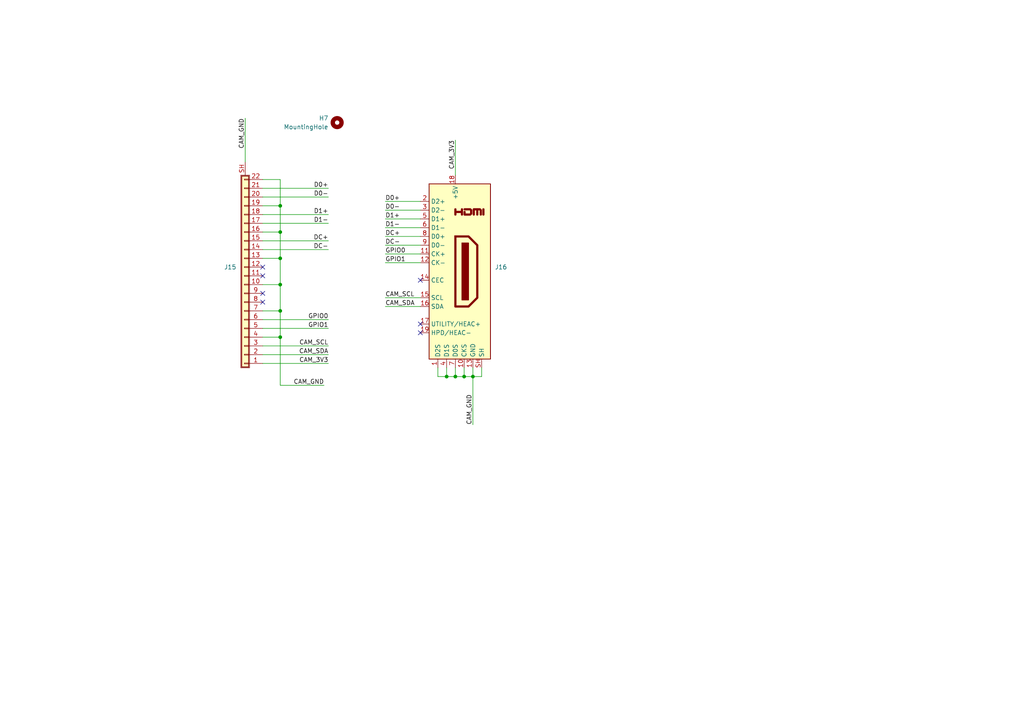
<source format=kicad_sch>
(kicad_sch (version 20211123) (generator eeschema)
  (paper "A4")
  (lib_symbols
    (symbol "Connector:HDMI_C_1.4"
      (property "Reference" "J" (at -6.35 26.67 0))
      (property "Value" "HDMI_C_1.4" (at 10.16 26.67 0))
      (symbol "HDMI_C_1.4_0_0"
        (polyline (pts (xy 8.128 16.51) (xy 8.128 18.034)) (stroke (width 0.635)))
        (polyline (pts (xy 0 16.51) (xy 0 18.034) (xy 0 17.272) (xy 1.905 17.272) (xy 1.905 18.034) (xy 1.905 16.51)) (stroke (width 0.635)))
        (polyline (pts (xy 2.667 18.034) (xy 4.318 18.034) (xy 4.572 17.78) (xy 4.572 16.764) (xy 4.318 16.51) (xy 2.667 16.51) (xy 2.667 17.272)) (stroke (width 0.635)))
      )
      (symbol "HDMI_C_1.4_0_1"
        (rectangle (start -7.62 25.4) (end 10.16 -25.4) (stroke (width 0.254)) (fill (type background)))
        (polyline (pts (xy 0 10.16) (xy 3.81 10.16) (xy 6.35 7.62) (xy 6.35 -7.62) (xy 3.81 -10.16) (xy 0 -10.16) (xy 0 10.16)) (stroke (width 0.635)))
        (polyline (pts (xy 5.334 16.51) (xy 5.334 18.034) (xy 6.35 18.034) (xy 6.35 16.51) (xy 6.35 18.034) (xy 7.112 18.034) (xy 7.366 17.78) (xy 7.366 16.51)) (stroke (width 0.635)))
        (rectangle (start 1.905 8.255) (end 3.81 -8.255) (stroke (width 0.254)) (fill (type outline)))
      )
      (symbol "HDMI_C_1.4_1_1"
        (pin power_in line (at -5.08 -27.94 90) (length 2.54) (name "D2S") (number "1"))
        (pin power_in line (at 2.54 -27.94 90) (length 2.54) (name "CKS") (number "10"))
        (pin passive line (at -10.16 5.08 0) (length 2.54) (name "CK+") (number "11"))
        (pin passive line (at -10.16 2.54 0) (length 2.54) (name "CK-") (number "12"))
        (pin power_in line (at 5.08 -27.94 90) (length 2.54) (name "GND") (number "13"))
        (pin bidirectional line (at -10.16 -2.54 0) (length 2.54) (name "CEC") (number "14"))
        (pin passive line (at -10.16 -7.62 0) (length 2.54) (name "SCL") (number "15"))
        (pin bidirectional line (at -10.16 -10.16 0) (length 2.54) (name "SDA") (number "16"))
        (pin passive line (at -10.16 -15.24 0) (length 2.54) (name "UTILITY/HEAC+") (number "17"))
        (pin power_in line (at 0 27.94 270) (length 2.54) (name "+5V") (number "18"))
        (pin passive line (at -10.16 -17.78 0) (length 2.54) (name "HPD/HEAC-") (number "19"))
        (pin passive line (at -10.16 20.32 0) (length 2.54) (name "D2+") (number "2"))
        (pin passive line (at -10.16 17.78 0) (length 2.54) (name "D2-") (number "3"))
        (pin power_in line (at -2.54 -27.94 90) (length 2.54) (name "D1S") (number "4"))
        (pin passive line (at -10.16 15.24 0) (length 2.54) (name "D1+") (number "5"))
        (pin passive line (at -10.16 12.7 0) (length 2.54) (name "D1-") (number "6"))
        (pin power_in line (at 0 -27.94 90) (length 2.54) (name "D0S") (number "7"))
        (pin passive line (at -10.16 10.16 0) (length 2.54) (name "D0+") (number "8"))
        (pin passive line (at -10.16 7.62 0) (length 2.54) (name "D0-") (number "9"))
        (pin passive line (at 7.62 -27.94 90) (length 2.54) (name "SH") (number "SH"))
      )
    )
    (symbol "Connector_Generic_Shielded:Conn_01x22_Shielded" (pin_names (offset 1.016) hide)
      (property "Reference" "J" (at 0.254 27.686 0))
      (property "Value" "Conn_01x22_Shielded" (at 1.016 -30.226 0))
      (symbol "Conn_01x22_Shielded_1_1"
        (rectangle (start -1.27 26.67) (end 1.27 -29.21) (stroke (width 0.1524)))
        (rectangle (start -1.016 -27.813) (end 0.254 -28.067) (stroke (width 0.1524)))
        (rectangle (start -1.016 -25.273) (end 0.254 -25.527) (stroke (width 0.1524)))
        (rectangle (start -1.016 -22.733) (end 0.254 -22.987) (stroke (width 0.1524)))
        (rectangle (start -1.016 -20.193) (end 0.254 -20.447) (stroke (width 0.1524)))
        (rectangle (start -1.016 -17.653) (end 0.254 -17.907) (stroke (width 0.1524)))
        (rectangle (start -1.016 -15.113) (end 0.254 -15.367) (stroke (width 0.1524)))
        (rectangle (start -1.016 -12.573) (end 0.254 -12.827) (stroke (width 0.1524)))
        (rectangle (start -1.016 -10.033) (end 0.254 -10.287) (stroke (width 0.1524)))
        (rectangle (start -1.016 -7.493) (end 0.254 -7.747) (stroke (width 0.1524)))
        (rectangle (start -1.016 -4.953) (end 0.254 -5.207) (stroke (width 0.1524)))
        (rectangle (start -1.016 -2.413) (end 0.254 -2.667) (stroke (width 0.1524)))
        (rectangle (start -1.016 0.127) (end 0.254 -0.127) (stroke (width 0.1524)))
        (rectangle (start -1.016 2.667) (end 0.254 2.413) (stroke (width 0.1524)))
        (rectangle (start -1.016 5.207) (end 0.254 4.953) (stroke (width 0.1524)))
        (rectangle (start -1.016 7.747) (end 0.254 7.493) (stroke (width 0.1524)))
        (rectangle (start -1.016 10.287) (end 0.254 10.033) (stroke (width 0.1524)))
        (rectangle (start -1.016 12.827) (end 0.254 12.573) (stroke (width 0.1524)))
        (rectangle (start -1.016 15.367) (end 0.254 15.113) (stroke (width 0.1524)))
        (rectangle (start -1.016 17.907) (end 0.254 17.653) (stroke (width 0.1524)))
        (rectangle (start -1.016 20.447) (end 0.254 20.193) (stroke (width 0.1524)))
        (rectangle (start -1.016 22.987) (end 0.254 22.733) (stroke (width 0.1524)))
        (rectangle (start -1.016 25.527) (end 0.254 25.273) (stroke (width 0.1524)))
        (rectangle (start -1.016 26.416) (end 1.016 -28.956) (stroke (width 0.254)) (fill (type background)))
        (pin passive line (at -5.08 25.4 0) (length 4.064) (name "Pin_1") (number "1"))
        (pin passive line (at -5.08 2.54 0) (length 4.064) (name "Pin_10") (number "10"))
        (pin passive line (at -5.08 0 0) (length 4.064) (name "Pin_11") (number "11"))
        (pin passive line (at -5.08 -2.54 0) (length 4.064) (name "Pin_12") (number "12"))
        (pin passive line (at -5.08 -5.08 0) (length 4.064) (name "Pin_13") (number "13"))
        (pin passive line (at -5.08 -7.62 0) (length 4.064) (name "Pin_14") (number "14"))
        (pin passive line (at -5.08 -10.16 0) (length 4.064) (name "Pin_15") (number "15"))
        (pin passive line (at -5.08 -12.7 0) (length 4.064) (name "Pin_16") (number "16"))
        (pin passive line (at -5.08 -15.24 0) (length 4.064) (name "Pin_17") (number "17"))
        (pin passive line (at -5.08 -17.78 0) (length 4.064) (name "Pin_18") (number "18"))
        (pin passive line (at -5.08 -20.32 0) (length 4.064) (name "Pin_19") (number "19"))
        (pin passive line (at -5.08 22.86 0) (length 4.064) (name "Pin_2") (number "2"))
        (pin passive line (at -5.08 -22.86 0) (length 4.064) (name "Pin_20") (number "20"))
        (pin passive line (at -5.08 -25.4 0) (length 4.064) (name "Pin_21") (number "21"))
        (pin passive line (at -5.08 -27.94 0) (length 4.064) (name "Pin_22") (number "22"))
        (pin passive line (at -5.08 20.32 0) (length 4.064) (name "Pin_3") (number "3"))
        (pin passive line (at -5.08 17.78 0) (length 4.064) (name "Pin_4") (number "4"))
        (pin passive line (at -5.08 15.24 0) (length 4.064) (name "Pin_5") (number "5"))
        (pin passive line (at -5.08 12.7 0) (length 4.064) (name "Pin_6") (number "6"))
        (pin passive line (at -5.08 10.16 0) (length 4.064) (name "Pin_7") (number "7"))
        (pin passive line (at -5.08 7.62 0) (length 4.064) (name "Pin_8") (number "8"))
        (pin passive line (at -5.08 5.08 0) (length 4.064) (name "Pin_9") (number "9"))
        (pin passive line (at 0 -33.02 90) (length 3.81) (name "Shield") (number "SH"))
      )
    )
    (symbol "Mechanical:MountingHole" (pin_names (offset 1.016))
      (property "Reference" "H" (at 0 5.08 0))
      (property "Value" "MountingHole" (at 0 3.175 0))
      (symbol "MountingHole_0_1"
        (circle (center 0 0) (radius 1.27) (stroke (width 1.27)))
      )
    )
  )
  (junction (at 81.28 97.79))
  (junction (at 132.08 109.22))
  (junction (at 81.28 82.55))
  (junction (at 81.28 90.17))
  (junction (at 134.62 109.22))
  (junction (at 129.54 109.22))
  (junction (at 81.28 67.31))
  (junction (at 137.16 109.22))
  (junction (at 81.28 59.69))
  (junction (at 81.28 74.93))
  (no_connect (at 76.2 77.47))
  (no_connect (at 76.2 80.01))
  (no_connect (at 76.2 87.63))
  (no_connect (at 121.92 81.28))
  (no_connect (at 121.92 96.52))
  (no_connect (at 121.92 93.98))
  (no_connect (at 76.2 85.09))
  (wire (pts (xy 139.7 109.22) (xy 137.16 109.22)))
  (wire (pts (xy 76.2 90.17) (xy 81.28 90.17)))
  (wire (pts (xy 132.08 109.22) (xy 134.62 109.22)))
  (wire (pts (xy 111.76 73.66) (xy 121.92 73.66)))
  (wire (pts (xy 127 109.22) (xy 129.54 109.22)))
  (wire (pts (xy 76.2 67.31) (xy 81.28 67.31)))
  (wire (pts (xy 81.28 74.93) (xy 81.28 82.55)))
  (wire (pts (xy 81.28 67.31) (xy 81.28 74.93)))
  (wire (pts (xy 121.92 68.58) (xy 111.76 68.58)))
  (wire (pts (xy 76.2 54.61) (xy 95.25 54.61)))
  (wire (pts (xy 121.92 58.42) (xy 111.76 58.42)))
  (wire (pts (xy 121.92 60.96) (xy 111.76 60.96)))
  (wire (pts (xy 132.08 106.68) (xy 132.08 109.22)))
  (wire (pts (xy 76.2 95.25) (xy 95.25 95.25)))
  (wire (pts (xy 81.28 82.55) (xy 81.28 90.17)))
  (wire (pts (xy 76.2 82.55) (xy 81.28 82.55)))
  (wire (pts (xy 121.92 63.5) (xy 111.76 63.5)))
  (wire (pts (xy 137.16 109.22) (xy 137.16 123.19)))
  (wire (pts (xy 121.92 86.36) (xy 111.76 86.36)))
  (wire (pts (xy 134.62 106.68) (xy 134.62 109.22)))
  (wire (pts (xy 76.2 64.77) (xy 95.25 64.77)))
  (wire (pts (xy 132.08 50.8) (xy 132.08 40.64)))
  (wire (pts (xy 81.28 90.17) (xy 81.28 97.79)))
  (wire (pts (xy 76.2 97.79) (xy 81.28 97.79)))
  (wire (pts (xy 139.7 106.68) (xy 139.7 109.22)))
  (wire (pts (xy 71.12 46.99) (xy 71.12 34.29)))
  (wire (pts (xy 121.92 71.12) (xy 111.76 71.12)))
  (wire (pts (xy 111.76 76.2) (xy 121.92 76.2)))
  (wire (pts (xy 129.54 106.68) (xy 129.54 109.22)))
  (wire (pts (xy 127 106.68) (xy 127 109.22)))
  (wire (pts (xy 81.28 59.69) (xy 81.28 67.31)))
  (wire (pts (xy 137.16 106.68) (xy 137.16 109.22)))
  (wire (pts (xy 76.2 102.87) (xy 95.25 102.87)))
  (wire (pts (xy 76.2 74.93) (xy 81.28 74.93)))
  (wire (pts (xy 76.2 105.41) (xy 95.25 105.41)))
  (wire (pts (xy 76.2 92.71) (xy 95.25 92.71)))
  (wire (pts (xy 76.2 69.85) (xy 95.25 69.85)))
  (wire (pts (xy 76.2 52.07) (xy 81.28 52.07)))
  (wire (pts (xy 76.2 62.23) (xy 95.25 62.23)))
  (wire (pts (xy 121.92 66.04) (xy 111.76 66.04)))
  (wire (pts (xy 76.2 57.15) (xy 95.25 57.15)))
  (wire (pts (xy 76.2 72.39) (xy 95.25 72.39)))
  (wire (pts (xy 81.28 97.79) (xy 81.28 111.76)))
  (wire (pts (xy 134.62 109.22) (xy 137.16 109.22)))
  (wire (pts (xy 76.2 100.33) (xy 95.25 100.33)))
  (wire (pts (xy 76.2 59.69) (xy 81.28 59.69)))
  (wire (pts (xy 129.54 109.22) (xy 132.08 109.22)))
  (wire (pts (xy 81.28 111.76) (xy 93.98 111.76)))
  (wire (pts (xy 121.92 88.9) (xy 111.76 88.9)))
  (wire (pts (xy 81.28 52.07) (xy 81.28 59.69)))
  (label "GPIO1" (at 111.76 76.2 0))
  (label "D0+" (at 111.76 58.42 0))
  (label "CAM_3V3" (at 95.25 105.41 180))
  (label "DC+" (at 111.76 68.58 0))
  (label "D0+" (at 95.25 54.61 180))
  (label "DC+" (at 95.25 69.85 180))
  (label "D1+" (at 95.25 62.23 180))
  (label "D0-" (at 95.25 57.15 180))
  (label "CAM_SCL" (at 111.76 86.36 0))
  (label "CAM_3V3" (at 132.08 40.64 270))
  (label "D1+" (at 111.76 63.5 0))
  (label "CAM_GND" (at 137.16 123.19 90))
  (label "GPIO1" (at 95.25 95.25 180))
  (label "D1-" (at 111.76 66.04 0))
  (label "CAM_GND" (at 71.12 34.29 270))
  (label "D1-" (at 95.25 64.77 180))
  (label "CAM_SDA" (at 95.25 102.87 180))
  (label "DC-" (at 111.76 71.12 0))
  (label "CAM_SCL" (at 95.25 100.33 180))
  (label "CAM_SDA" (at 111.76 88.9 0))
  (label "GPIO0" (at 111.76 73.66 0))
  (label "D0-" (at 111.76 60.96 0))
  (label "DC-" (at 95.25 72.39 180))
  (label "CAM_GND" (at 93.98 111.76 180))
  (label "GPIO0" (at 95.25 92.71 180))
  (symbol (lib_id "Connector:HDMI_C_1.4") (at 132.08 78.74 0) (unit 1)
    (property "Reference" "J16" (at 143.51 77.4699 0) (effects (justify left)))
    (property "Datasheet" "http://pinoutguide.com/PortableDevices/mini_hdmi_pinout.shtml" (effects hide))
  )
  (symbol (lib_id "Mechanical:MountingHole") (at 97.79 35.56 0) (unit 1)
    (property "Reference" "H7" (at 95.25 34.2899 0) (effects (justify right)))
    (property "Value" "MountingHole" (at 95.25 36.8299 0) (effects (justify right)))
    (property "Footprint" "custom-footprints:mousebite" (effects hide))
  )
  (symbol (lib_id "Connector_Generic_Shielded:Conn_01x22_Shielded") (at 71.12 80.01 180) (unit 1)
    (property "Reference" "J15" (at 68.58 77.4699 0) (effects (justify left)))
  )
)
</source>
